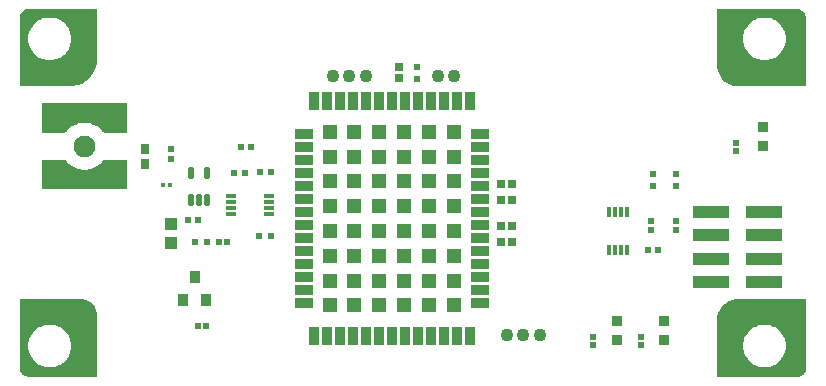
<source format=gts>
G04*
G04 #@! TF.GenerationSoftware,Altium Limited,Altium Designer,24.4.1 (13)*
G04*
G04 Layer_Color=8388736*
%FSLAX44Y44*%
%MOMM*%
G71*
G04*
G04 #@! TF.SameCoordinates,A288B9D6-13E1-428C-940A-BB186CF4840A*
G04*
G04*
G04 #@! TF.FilePolarity,Negative*
G04*
G01*
G75*
%ADD17R,0.5811X0.4725*%
%ADD18R,0.5000X0.6000*%
%ADD20C,1.0000*%
%ADD27R,0.4725X0.5811*%
%ADD30R,0.6000X0.5000*%
%ADD32R,0.6153X0.5725*%
%ADD33R,0.4541X0.3627*%
%ADD34R,0.6500X0.8500*%
%ADD35R,5.0000X1.0000*%
%ADD36R,0.5725X0.6153*%
%ADD38R,3.0516X1.1216*%
%ADD39R,1.1000X1.0000*%
%ADD40C,1.1000*%
%ADD41R,1.2016X1.2016*%
%ADD42R,1.6016X0.9016*%
%ADD43R,0.9016X1.6016*%
G04:AMPARAMS|DCode=44|XSize=0.4016mm|YSize=0.9016mm|CornerRadius=0.1003mm|HoleSize=0mm|Usage=FLASHONLY|Rotation=0.000|XOffset=0mm|YOffset=0mm|HoleType=Round|Shape=RoundedRectangle|*
%AMROUNDEDRECTD44*
21,1,0.4016,0.7010,0,0,0.0*
21,1,0.2010,0.9016,0,0,0.0*
1,1,0.2006,0.1005,-0.3505*
1,1,0.2006,-0.1005,-0.3505*
1,1,0.2006,-0.1005,0.3505*
1,1,0.2006,0.1005,0.3505*
%
%ADD44ROUNDEDRECTD44*%
G04:AMPARAMS|DCode=45|XSize=0.5016mm|YSize=0.9516mm|CornerRadius=0.1008mm|HoleSize=0mm|Usage=FLASHONLY|Rotation=180.000|XOffset=0mm|YOffset=0mm|HoleType=Round|Shape=RoundedRectangle|*
%AMROUNDEDRECTD45*
21,1,0.5016,0.7500,0,0,180.0*
21,1,0.3000,0.9516,0,0,180.0*
1,1,0.2016,-0.1500,0.3750*
1,1,0.2016,0.1500,0.3750*
1,1,0.2016,0.1500,-0.3750*
1,1,0.2016,-0.1500,-0.3750*
%
%ADD45ROUNDEDRECTD45*%
%ADD46R,0.7000X0.7200*%
G04:AMPARAMS|DCode=47|XSize=0.4016mm|YSize=0.9016mm|CornerRadius=0.1003mm|HoleSize=0mm|Usage=FLASHONLY|Rotation=90.000|XOffset=0mm|YOffset=0mm|HoleType=Round|Shape=RoundedRectangle|*
%AMROUNDEDRECTD47*
21,1,0.4016,0.7010,0,0,90.0*
21,1,0.2010,0.9016,0,0,90.0*
1,1,0.2006,0.3505,0.1005*
1,1,0.2006,0.3505,-0.1005*
1,1,0.2006,-0.3505,-0.1005*
1,1,0.2006,-0.3505,0.1005*
%
%ADD47ROUNDEDRECTD47*%
%ADD48R,0.9000X0.9000*%
%ADD49R,0.7200X0.7000*%
%ADD50R,0.9000X1.0000*%
G36*
X68410Y269810D02*
X68190Y267663D01*
X66973Y263523D01*
X65021Y259674D01*
X62399Y256247D01*
X59196Y253355D01*
X55518Y251097D01*
X51491Y249548D01*
X47248Y248760D01*
X45090Y248760D01*
X3010D01*
Y306849D01*
X3011Y307598D01*
X3305Y309069D01*
X3880Y310455D01*
X4714Y311701D01*
X5775Y312761D01*
X7023Y313594D01*
X8409Y314167D01*
X9880Y314460D01*
X10630Y314460D01*
X10630Y314460D01*
X68410D01*
X68410Y269810D01*
D02*
G37*
G36*
X661080Y314460D02*
X661080Y314460D01*
X661080D01*
X662250Y314374D01*
X663182Y314200D01*
X664504Y313689D01*
X665710Y312945D01*
X666759Y311992D01*
X667615Y310863D01*
X668250Y309595D01*
X668642Y308233D01*
X668710Y307528D01*
X668710Y248760D01*
X612290Y248760D01*
X610481D01*
X606929Y249446D01*
X603571Y250794D01*
X600530Y252755D01*
X597916Y255256D01*
X595824Y258208D01*
X594331Y261504D01*
X593489Y265023D01*
X593410Y266830D01*
X593410Y314460D01*
X661080D01*
X661080Y314460D01*
D02*
G37*
G36*
X93561Y234314D02*
X93657Y234285D01*
X93745Y234237D01*
X93823Y234174D01*
X93886Y234097D01*
X93933Y234008D01*
X93962Y233913D01*
X93972Y233813D01*
Y210191D01*
X93962Y210091D01*
X93933Y209996D01*
X93886Y209907D01*
X93823Y209830D01*
X93745Y209767D01*
X93657Y209720D01*
X93561Y209690D01*
X93462Y209681D01*
X74316D01*
X74289Y209683D01*
X74261Y209684D01*
X74239Y209688D01*
X74217Y209690D01*
X74190Y209698D01*
X74163Y209704D01*
X74142Y209713D01*
X74121Y209720D01*
X74097Y209732D01*
X74071Y209743D01*
X74053Y209756D01*
X74033Y209767D01*
X74011Y209784D01*
X73989Y209800D01*
X73973Y209816D01*
X73955Y209830D01*
X73938Y209851D01*
X73918Y209871D01*
X72942Y211085D01*
X70728Y213260D01*
X68213Y215060D01*
X65450Y216450D01*
X62504Y217395D01*
X59448Y217874D01*
X56355D01*
X53299Y217395D01*
X50354Y216450D01*
X47590Y215060D01*
X45075Y213260D01*
X42862Y211085D01*
X41885Y209871D01*
X41866Y209851D01*
X41848Y209830D01*
X41831Y209816D01*
X41815Y209800D01*
X41792Y209784D01*
X41771Y209767D01*
X41751Y209756D01*
X41732Y209743D01*
X41707Y209732D01*
X41683Y209720D01*
X41661Y209713D01*
X41640Y209704D01*
X41613Y209698D01*
X41587Y209690D01*
X41564Y209688D01*
X41542Y209684D01*
X41515Y209683D01*
X41487Y209681D01*
X22342D01*
X22242Y209690D01*
X22146Y209720D01*
X22058Y209767D01*
X21981Y209830D01*
X21917Y209907D01*
X21870Y209996D01*
X21841Y210091D01*
X21831Y210191D01*
Y233813D01*
X21841Y233913D01*
X21870Y234008D01*
X21917Y234097D01*
X21981Y234174D01*
X22058Y234237D01*
X22146Y234285D01*
X22242Y234314D01*
X22342Y234324D01*
X93462D01*
X93561Y234314D01*
D02*
G37*
G36*
X58852Y207136D02*
X60520Y206804D01*
X60616Y206775D01*
X60616Y206775D01*
X62188Y206124D01*
X62276Y206077D01*
X63690Y205131D01*
X63768Y205068D01*
X63768Y205068D01*
X64971Y203865D01*
X65034Y203788D01*
X65979Y202374D01*
X65979Y202373D01*
X66027Y202285D01*
X66677Y200714D01*
X66707Y200618D01*
X67038Y198949D01*
X67048Y198850D01*
Y197999D01*
Y197148D01*
X67038Y197049D01*
X66707Y195380D01*
X66677Y195285D01*
X66677Y195285D01*
X66027Y193713D01*
X65979Y193625D01*
X65034Y192210D01*
X64971Y192133D01*
X64971Y192133D01*
X63768Y190930D01*
X63690Y190867D01*
X62276Y189922D01*
X62276Y189921D01*
X62188Y189874D01*
X60616Y189223D01*
X60520Y189194D01*
X58852Y188862D01*
X58752Y188853D01*
X57051D01*
X56951Y188862D01*
X55283Y189194D01*
X55187Y189223D01*
X55187Y189223D01*
X53616Y189874D01*
X53527Y189921D01*
X52113Y190867D01*
X52036Y190930D01*
X52035Y190930D01*
X50833Y192133D01*
X50769Y192210D01*
X49824Y193625D01*
X49824Y193625D01*
X49777Y193713D01*
X49126Y195285D01*
X49097Y195380D01*
X48765Y197049D01*
X48755Y197148D01*
Y197999D01*
Y198850D01*
X48765Y198949D01*
X49097Y200618D01*
X49126Y200714D01*
X49126Y200714D01*
X49777Y202285D01*
X49824Y202373D01*
X50769Y203788D01*
X50833Y203865D01*
X50833Y203865D01*
X52036Y205068D01*
X52113Y205131D01*
X53527Y206077D01*
X53527Y206077D01*
X53616Y206124D01*
X55187Y206775D01*
X55283Y206804D01*
X56951Y207136D01*
X57051Y207146D01*
X58752D01*
X58852Y207136D01*
D02*
G37*
G36*
X93561Y186308D02*
X93657Y186279D01*
X93745Y186231D01*
X93823Y186168D01*
X93886Y186091D01*
X93933Y186002D01*
X93962Y185907D01*
X93972Y185807D01*
Y162185D01*
X93962Y162085D01*
X93933Y161990D01*
X93886Y161901D01*
X93823Y161824D01*
X93745Y161761D01*
X93657Y161714D01*
X93561Y161684D01*
X93462Y161675D01*
X22342D01*
X22242Y161684D01*
X22146Y161714D01*
X22058Y161761D01*
X21981Y161824D01*
X21917Y161901D01*
X21870Y161990D01*
X21841Y162085D01*
X21831Y162185D01*
Y185807D01*
X21841Y185907D01*
X21870Y186002D01*
X21917Y186091D01*
X21981Y186168D01*
X22058Y186231D01*
X22146Y186279D01*
X22242Y186308D01*
X22342Y186318D01*
X41487D01*
X41515Y186315D01*
X41542Y186315D01*
X41564Y186310D01*
X41587Y186308D01*
X41613Y186300D01*
X41640Y186294D01*
X41661Y186285D01*
X41683Y186279D01*
X41707Y186266D01*
X41732Y186255D01*
X41751Y186242D01*
X41771Y186231D01*
X41792Y186214D01*
X41815Y186199D01*
X41830Y186183D01*
X41848Y186168D01*
X41866Y186147D01*
X41885Y186127D01*
X42862Y184914D01*
X45075Y182739D01*
X47590Y180938D01*
X50354Y179548D01*
X53299Y178603D01*
X56355Y178124D01*
X59448D01*
X62504Y178603D01*
X65450Y179548D01*
X68213Y180938D01*
X70728Y182738D01*
X72942Y184914D01*
X73918Y186127D01*
X73938Y186147D01*
X73955Y186168D01*
X73973Y186182D01*
X73989Y186199D01*
X74011Y186214D01*
X74033Y186231D01*
X74053Y186242D01*
X74071Y186255D01*
X74097Y186266D01*
X74121Y186279D01*
X74142Y186285D01*
X74163Y186294D01*
X74190Y186300D01*
X74217Y186308D01*
X74239Y186310D01*
X74261Y186315D01*
X74289Y186315D01*
X74316Y186318D01*
X93462Y186318D01*
X93561Y186308D01*
D02*
G37*
G36*
X58784Y68181D02*
X61151Y67241D01*
X63298Y65872D01*
X65150Y64124D01*
X66640Y62059D01*
X67715Y59750D01*
X68337Y57281D01*
X68410Y56010D01*
X68410Y2960D01*
X10660D01*
X9929Y2960D01*
X8494Y3236D01*
X7137Y3779D01*
X5907Y4569D01*
X4848Y5577D01*
X4000Y6768D01*
X3391Y8097D01*
X3045Y9517D01*
X3010Y10247D01*
Y68660D01*
X55010D01*
X55010Y68660D01*
X55010Y68660D01*
X56283Y68660D01*
X58784Y68181D01*
D02*
G37*
G36*
X668917Y9938D02*
X668858Y9220D01*
X668477Y7832D01*
X667845Y6538D01*
X666984Y5383D01*
X665925Y4407D01*
X664704Y3645D01*
X663363Y3121D01*
X662458Y2950D01*
X661227Y2855D01*
X593618Y2855D01*
X593617Y51804D01*
X593705Y53485D01*
X594512Y56751D01*
X595921Y59807D01*
X597881Y62542D01*
X600321Y64858D01*
X603155Y66673D01*
X606281Y67920D01*
X609585Y68555D01*
X611267D01*
X611268Y68555D01*
X668917D01*
X668917Y9938D01*
D02*
G37*
%LPC*%
G36*
X30037Y307050D02*
X26983D01*
X26733Y307000D01*
X26478D01*
X23484Y306404D01*
X23248Y306307D01*
X22998Y306257D01*
X20177Y305089D01*
X19965Y304947D01*
X19729Y304849D01*
X17191Y303153D01*
X17010Y302973D01*
X16798Y302831D01*
X14639Y300672D01*
X14497Y300460D01*
X14317Y300280D01*
X12621Y297741D01*
X12523Y297505D01*
X12381Y297293D01*
X11213Y294472D01*
X11163Y294222D01*
X11066Y293986D01*
X10470Y290992D01*
Y290737D01*
X10420Y290487D01*
Y288960D01*
Y287433D01*
X10470Y287183D01*
Y286928D01*
X11066Y283934D01*
X11163Y283698D01*
X11213Y283448D01*
X12381Y280627D01*
X12523Y280415D01*
X12621Y280179D01*
X14317Y277640D01*
X14497Y277460D01*
X14639Y277248D01*
X16798Y275089D01*
X17010Y274947D01*
X17191Y274767D01*
X19729Y273071D01*
X19965Y272973D01*
X20177Y272831D01*
X22998Y271663D01*
X23248Y271613D01*
X23484Y271516D01*
X26478Y270920D01*
X26733D01*
X26983Y270870D01*
X30037D01*
X30287Y270920D01*
X30542D01*
X33536Y271516D01*
X33772Y271613D01*
X34022Y271663D01*
X36843Y272831D01*
X37055Y272973D01*
X37291Y273071D01*
X39829Y274767D01*
X40010Y274947D01*
X40222Y275089D01*
X42381Y277248D01*
X42523Y277460D01*
X42703Y277640D01*
X44399Y280179D01*
X44497Y280415D01*
X44639Y280627D01*
X45807Y283448D01*
X45857Y283698D01*
X45954Y283934D01*
X46550Y286928D01*
Y287183D01*
X46600Y287433D01*
Y288960D01*
Y290487D01*
X46550Y290737D01*
Y290992D01*
X45954Y293986D01*
X45857Y294222D01*
X45807Y294472D01*
X44639Y297293D01*
X44497Y297505D01*
X44399Y297741D01*
X42703Y300280D01*
X42523Y300460D01*
X42381Y300672D01*
X40222Y302831D01*
X40010Y302973D01*
X39829Y303153D01*
X37291Y304849D01*
X37055Y304947D01*
X36843Y305089D01*
X34022Y306257D01*
X33772Y306307D01*
X33536Y306404D01*
X30542Y307000D01*
X30287D01*
X30037Y307050D01*
D02*
G37*
G36*
X635037D02*
X631983D01*
X631733Y307000D01*
X631478D01*
X628484Y306404D01*
X628248Y306307D01*
X627998Y306257D01*
X625177Y305089D01*
X624965Y304947D01*
X624729Y304849D01*
X622191Y303153D01*
X622010Y302973D01*
X621798Y302831D01*
X619639Y300672D01*
X619497Y300460D01*
X619317Y300280D01*
X617621Y297741D01*
X617523Y297505D01*
X617381Y297293D01*
X616213Y294472D01*
X616163Y294222D01*
X616066Y293986D01*
X615470Y290992D01*
Y290737D01*
X615420Y290487D01*
Y287433D01*
X615470Y287183D01*
Y286928D01*
X616066Y283934D01*
X616163Y283698D01*
X616213Y283448D01*
X617381Y280627D01*
X617523Y280415D01*
X617621Y280179D01*
X619317Y277640D01*
X619497Y277460D01*
X619639Y277248D01*
X621798Y275089D01*
X622010Y274947D01*
X622191Y274767D01*
X624729Y273071D01*
X624965Y272973D01*
X625177Y272831D01*
X627998Y271663D01*
X628248Y271613D01*
X628484Y271516D01*
X631478Y270920D01*
X631733D01*
X631983Y270870D01*
X635037D01*
X635287Y270920D01*
X635542D01*
X638536Y271516D01*
X638772Y271613D01*
X639022Y271663D01*
X641843Y272831D01*
X642055Y272973D01*
X642291Y273071D01*
X644829Y274767D01*
X645010Y274947D01*
X645222Y275089D01*
X647381Y277248D01*
X647523Y277460D01*
X647703Y277640D01*
X649399Y280179D01*
X649497Y280415D01*
X649639Y280627D01*
X650807Y283448D01*
X650857Y283698D01*
X650954Y283934D01*
X651550Y286928D01*
Y287183D01*
X651600Y287433D01*
Y290487D01*
X651550Y290737D01*
Y290992D01*
X650954Y293986D01*
X650857Y294222D01*
X650807Y294472D01*
X649639Y297293D01*
X649497Y297505D01*
X649399Y297741D01*
X647703Y300280D01*
X647523Y300460D01*
X647381Y300672D01*
X645222Y302831D01*
X645010Y302973D01*
X644829Y303153D01*
X642291Y304849D01*
X642055Y304947D01*
X641843Y305089D01*
X639022Y306257D01*
X638772Y306307D01*
X638536Y306404D01*
X635542Y307000D01*
X635287D01*
X635037Y307050D01*
D02*
G37*
G36*
X30037Y47050D02*
X26983D01*
X26733Y47000D01*
X26478D01*
X23484Y46404D01*
X23248Y46307D01*
X22998Y46257D01*
X20177Y45089D01*
X19965Y44947D01*
X19729Y44849D01*
X17191Y43153D01*
X17010Y42973D01*
X16798Y42831D01*
X14639Y40672D01*
X14497Y40460D01*
X14317Y40279D01*
X12621Y37741D01*
X12523Y37505D01*
X12381Y37293D01*
X11213Y34472D01*
X11163Y34222D01*
X11066Y33986D01*
X10470Y30992D01*
Y30737D01*
X10420Y30487D01*
Y27433D01*
X10470Y27183D01*
Y26928D01*
X11066Y23934D01*
X11163Y23698D01*
X11213Y23448D01*
X12381Y20627D01*
X12523Y20415D01*
X12621Y20179D01*
X14317Y17641D01*
X14497Y17460D01*
X14639Y17248D01*
X16798Y15089D01*
X17010Y14947D01*
X17191Y14767D01*
X19729Y13071D01*
X19965Y12973D01*
X20177Y12831D01*
X22998Y11663D01*
X23248Y11613D01*
X23484Y11516D01*
X26478Y10920D01*
X26733D01*
X26983Y10870D01*
X30037D01*
X30287Y10920D01*
X30542D01*
X33536Y11516D01*
X33772Y11613D01*
X34022Y11663D01*
X36843Y12831D01*
X37055Y12973D01*
X37291Y13071D01*
X39829Y14767D01*
X40010Y14947D01*
X40222Y15089D01*
X42381Y17248D01*
X42523Y17460D01*
X42703Y17641D01*
X44399Y20179D01*
X44497Y20415D01*
X44639Y20627D01*
X45807Y23448D01*
X45857Y23698D01*
X45954Y23934D01*
X46550Y26928D01*
Y27183D01*
X46600Y27433D01*
Y30487D01*
X46550Y30737D01*
Y30992D01*
X45954Y33986D01*
X45857Y34222D01*
X45807Y34472D01*
X44639Y37293D01*
X44497Y37505D01*
X44399Y37741D01*
X42703Y40279D01*
X42523Y40460D01*
X42381Y40672D01*
X40222Y42831D01*
X40010Y42973D01*
X39829Y43153D01*
X37291Y44849D01*
X37055Y44947D01*
X36843Y45089D01*
X34022Y46257D01*
X33772Y46307D01*
X33536Y46404D01*
X30542Y47000D01*
X30287D01*
X30037Y47050D01*
D02*
G37*
G36*
X635037D02*
X631983D01*
X631733Y47000D01*
X631478D01*
X628484Y46404D01*
X628248Y46307D01*
X627998Y46257D01*
X625177Y45089D01*
X624965Y44947D01*
X624729Y44849D01*
X622191Y43153D01*
X622010Y42973D01*
X621798Y42831D01*
X619639Y40672D01*
X619497Y40460D01*
X619317Y40279D01*
X617621Y37741D01*
X617523Y37505D01*
X617381Y37293D01*
X616213Y34472D01*
X616163Y34222D01*
X616066Y33986D01*
X615470Y30992D01*
Y30737D01*
X615420Y30487D01*
Y27433D01*
X615470Y27183D01*
Y26928D01*
X616066Y23934D01*
X616163Y23698D01*
X616213Y23448D01*
X617381Y20627D01*
X617523Y20415D01*
X617621Y20179D01*
X619317Y17641D01*
X619497Y17460D01*
X619639Y17248D01*
X621798Y15089D01*
X622010Y14947D01*
X622191Y14767D01*
X624729Y13071D01*
X624965Y12973D01*
X625177Y12831D01*
X627998Y11663D01*
X628248Y11613D01*
X628484Y11516D01*
X631478Y10920D01*
X631733D01*
X631983Y10870D01*
X635037D01*
X635287Y10920D01*
X635542D01*
X638536Y11516D01*
X638772Y11613D01*
X639022Y11663D01*
X641843Y12831D01*
X642055Y12973D01*
X642291Y13071D01*
X644829Y14767D01*
X645010Y14947D01*
X645222Y15089D01*
X647381Y17248D01*
X647523Y17460D01*
X647703Y17641D01*
X649399Y20179D01*
X649497Y20415D01*
X649639Y20627D01*
X650807Y23448D01*
X650857Y23698D01*
X650954Y23934D01*
X651550Y26928D01*
Y27183D01*
X651600Y27433D01*
Y30487D01*
X651550Y30737D01*
Y30992D01*
X650954Y33986D01*
X650857Y34222D01*
X650807Y34472D01*
X649639Y37293D01*
X649497Y37505D01*
X649399Y37741D01*
X647703Y40279D01*
X647523Y40460D01*
X647381Y40672D01*
X645222Y42831D01*
X645010Y42973D01*
X644829Y43153D01*
X642291Y44849D01*
X642055Y44947D01*
X641843Y45089D01*
X639022Y46257D01*
X638772Y46307D01*
X638536Y46404D01*
X635542Y47000D01*
X635287D01*
X635037Y47050D01*
D02*
G37*
%LPD*%
D17*
X153825Y46178D02*
D03*
X161135D02*
D03*
X171605Y116840D02*
D03*
X178915D02*
D03*
D18*
X151210D02*
D03*
X161210D02*
D03*
X216074Y176022D02*
D03*
X206074D02*
D03*
X205820Y122428D02*
D03*
X215820D02*
D03*
D20*
X57902Y197999D02*
D03*
D27*
X558292Y134465D02*
D03*
Y127155D02*
D03*
X537464D02*
D03*
Y134465D02*
D03*
X609346Y193907D02*
D03*
Y201218D02*
D03*
X488696Y29569D02*
D03*
Y36880D02*
D03*
X528656Y29569D02*
D03*
Y36880D02*
D03*
D30*
X559054Y164164D02*
D03*
Y174164D02*
D03*
X539496Y164164D02*
D03*
Y174164D02*
D03*
X339090Y265350D02*
D03*
Y255350D02*
D03*
D32*
X543215Y110236D02*
D03*
X534643D02*
D03*
X145574Y135890D02*
D03*
X154146D02*
D03*
X190024Y197104D02*
D03*
X198596D02*
D03*
X184883Y175487D02*
D03*
X193455D02*
D03*
D33*
X123957Y165100D02*
D03*
X130043D02*
D03*
D34*
X109220Y195480D02*
D03*
Y182980D02*
D03*
D35*
X55360Y225940D02*
D03*
X57900Y168838D02*
D03*
D36*
X130810Y196056D02*
D03*
Y187484D02*
D03*
D38*
X587950Y142800D02*
D03*
Y122800D02*
D03*
Y102800D02*
D03*
Y82800D02*
D03*
X633450Y142800D02*
D03*
Y122800D02*
D03*
Y102800D02*
D03*
Y82800D02*
D03*
D39*
X130810Y132460D02*
D03*
Y116460D02*
D03*
D40*
X295910Y257810D02*
D03*
X281940D02*
D03*
X267970D02*
D03*
X370840D02*
D03*
X356870D02*
D03*
X415290Y38100D02*
D03*
X429260D02*
D03*
X443230D02*
D03*
D41*
X370430Y210320D02*
D03*
X370430Y189320D02*
D03*
Y168320D02*
D03*
Y147320D02*
D03*
Y126320D02*
D03*
Y105320D02*
D03*
Y84320D02*
D03*
Y63320D02*
D03*
X349430Y210320D02*
D03*
X349430Y189320D02*
D03*
Y168320D02*
D03*
Y147320D02*
D03*
Y126320D02*
D03*
Y105320D02*
D03*
Y84320D02*
D03*
Y63320D02*
D03*
X328430Y210320D02*
D03*
X328430Y189320D02*
D03*
Y168320D02*
D03*
Y147320D02*
D03*
Y126320D02*
D03*
Y105320D02*
D03*
Y84320D02*
D03*
Y63320D02*
D03*
X307430Y210320D02*
D03*
X307430Y189320D02*
D03*
Y168320D02*
D03*
Y147320D02*
D03*
Y126320D02*
D03*
Y105320D02*
D03*
Y84320D02*
D03*
Y63320D02*
D03*
X286430Y210320D02*
D03*
X286430Y189320D02*
D03*
Y168320D02*
D03*
Y147320D02*
D03*
Y126320D02*
D03*
Y105320D02*
D03*
Y84320D02*
D03*
Y63320D02*
D03*
X265430Y210320D02*
D03*
X265430Y189320D02*
D03*
Y168320D02*
D03*
Y147320D02*
D03*
Y126320D02*
D03*
Y105320D02*
D03*
Y84320D02*
D03*
Y63320D02*
D03*
D42*
X392430Y208320D02*
D03*
Y197320D02*
D03*
Y186320D02*
D03*
Y175320D02*
D03*
Y164320D02*
D03*
Y153320D02*
D03*
Y142320D02*
D03*
Y131320D02*
D03*
Y120320D02*
D03*
Y109320D02*
D03*
Y98320D02*
D03*
Y87320D02*
D03*
Y76320D02*
D03*
Y65320D02*
D03*
X243430D02*
D03*
Y76320D02*
D03*
Y87320D02*
D03*
Y98320D02*
D03*
Y109320D02*
D03*
Y120320D02*
D03*
Y131320D02*
D03*
Y142320D02*
D03*
Y153320D02*
D03*
Y164320D02*
D03*
Y175320D02*
D03*
Y186320D02*
D03*
Y197320D02*
D03*
Y208320D02*
D03*
D43*
X383930Y37320D02*
D03*
X372930D02*
D03*
X361930D02*
D03*
X350930D02*
D03*
X339930D02*
D03*
X328930D02*
D03*
X317930D02*
D03*
X306930D02*
D03*
X295930D02*
D03*
X284930D02*
D03*
X273930D02*
D03*
X262930D02*
D03*
X251930D02*
D03*
Y236320D02*
D03*
X306930D02*
D03*
X295930D02*
D03*
X262930D02*
D03*
X273930D02*
D03*
X284930D02*
D03*
X317930D02*
D03*
X328930D02*
D03*
X339930D02*
D03*
X350930D02*
D03*
X361930D02*
D03*
X372930D02*
D03*
X383930D02*
D03*
D44*
X517024Y142238D02*
D03*
X512024D02*
D03*
X507024D02*
D03*
X502024D02*
D03*
X517024Y110238D02*
D03*
X512024D02*
D03*
X507024D02*
D03*
X502024D02*
D03*
D45*
X148440Y152580D02*
D03*
X154940D02*
D03*
X161440D02*
D03*
Y175080D02*
D03*
X148440D02*
D03*
D46*
X419890Y116840D02*
D03*
X410690D02*
D03*
X419890Y166370D02*
D03*
X410690D02*
D03*
Y130810D02*
D03*
X419890D02*
D03*
X410690Y152400D02*
D03*
X419890D02*
D03*
D47*
X182120Y155582D02*
D03*
Y150582D02*
D03*
Y145582D02*
D03*
Y140582D02*
D03*
X214120Y155582D02*
D03*
Y150582D02*
D03*
Y145582D02*
D03*
Y140582D02*
D03*
D48*
X632714Y198252D02*
D03*
Y214752D02*
D03*
X508426Y33914D02*
D03*
Y50414D02*
D03*
X548386D02*
D03*
Y33914D02*
D03*
D49*
X323850Y255750D02*
D03*
Y264950D02*
D03*
D50*
X151130Y87470D02*
D03*
X160630Y67470D02*
D03*
X141630D02*
D03*
M02*

</source>
